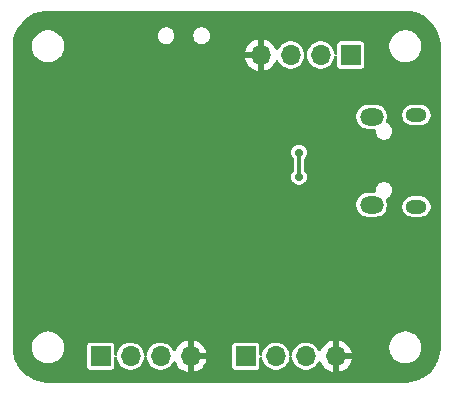
<source format=gbr>
%TF.GenerationSoftware,KiCad,Pcbnew,8.0.3*%
%TF.CreationDate,2024-06-28T00:17:40-05:00*%
%TF.ProjectId,Example PCB,4578616d-706c-4652-9050-43422e6b6963,rev?*%
%TF.SameCoordinates,Original*%
%TF.FileFunction,Copper,L2,Bot*%
%TF.FilePolarity,Positive*%
%FSLAX46Y46*%
G04 Gerber Fmt 4.6, Leading zero omitted, Abs format (unit mm)*
G04 Created by KiCad (PCBNEW 8.0.3) date 2024-06-28 00:17:40*
%MOMM*%
%LPD*%
G01*
G04 APERTURE LIST*
%TA.AperFunction,ComponentPad*%
%ADD10R,1.700000X1.700000*%
%TD*%
%TA.AperFunction,ComponentPad*%
%ADD11O,1.700000X1.700000*%
%TD*%
%TA.AperFunction,ComponentPad*%
%ADD12O,1.800000X1.150000*%
%TD*%
%TA.AperFunction,ComponentPad*%
%ADD13O,2.000000X1.450000*%
%TD*%
%TA.AperFunction,ViaPad*%
%ADD14C,0.700000*%
%TD*%
%TA.AperFunction,Conductor*%
%ADD15C,0.300000*%
%TD*%
G04 APERTURE END LIST*
D10*
%TO.P,J4,1,Pin_1*%
%TO.N,+3.3V*%
X116500000Y-131250000D03*
D11*
%TO.P,J4,2,Pin_2*%
%TO.N,/I2C3_SCL*%
X119040000Y-131250000D03*
%TO.P,J4,3,Pin_3*%
%TO.N,/I2C3_SDA*%
X121580000Y-131250000D03*
%TO.P,J4,4,Pin_4*%
%TO.N,GND*%
X124120000Y-131250000D03*
%TD*%
D12*
%TO.P,J3,6,Shield*%
%TO.N,unconnected-(J3-Shield-Pad6)_0*%
X130945000Y-118575000D03*
D13*
%TO.N,unconnected-(J3-Shield-Pad6)*%
X127145000Y-118425000D03*
%TO.N,unconnected-(J3-Shield-Pad6)_2*%
X127145000Y-110975000D03*
D12*
%TO.N,unconnected-(J3-Shield-Pad6)_1*%
X130945000Y-110825000D03*
%TD*%
D11*
%TO.P,J2,4,Pin_4*%
%TO.N,GND*%
X117750000Y-105750000D03*
%TO.P,J2,3,Pin_3*%
%TO.N,/SWCLK*%
X120290000Y-105750000D03*
%TO.P,J2,2,Pin_2*%
%TO.N,/SWDIO*%
X122830000Y-105750000D03*
D10*
%TO.P,J2,1,Pin_1*%
%TO.N,+3.3V*%
X125370000Y-105750000D03*
%TD*%
D11*
%TO.P,J1,4,Pin_4*%
%TO.N,GND*%
X111820000Y-131250000D03*
%TO.P,J1,3,Pin_3*%
%TO.N,/USART1_RX*%
X109280000Y-131250000D03*
%TO.P,J1,2,Pin_2*%
%TO.N,/USART1_TX*%
X106740000Y-131250000D03*
D10*
%TO.P,J1,1,Pin_1*%
%TO.N,+3.3V*%
X104200000Y-131250000D03*
%TD*%
D14*
%TO.N,GND*%
X115500000Y-108500000D03*
X124750000Y-117000000D03*
X124750000Y-112750000D03*
X126750000Y-132250000D03*
X112000000Y-128750000D03*
%TO.N,+3.3V*%
X121000000Y-116070000D03*
X121000000Y-114000000D03*
%TO.N,GND*%
X99300000Y-117200000D03*
X105250000Y-112250000D03*
X103750000Y-115250000D03*
X103250000Y-119750000D03*
X103250000Y-118750000D03*
X129250000Y-121500000D03*
X102500000Y-122750000D03*
X107500000Y-118750000D03*
X109000000Y-112750000D03*
X116393537Y-113558143D03*
X115250000Y-121500000D03*
X108750000Y-121500000D03*
%TD*%
D15*
%TO.N,+3.3V*%
X121000000Y-114000000D02*
X121000000Y-116070000D01*
%TD*%
%TA.AperFunction,Conductor*%
%TO.N,GND*%
G36*
X130000855Y-102000011D02*
G01*
X130162269Y-102002274D01*
X130174390Y-102003041D01*
X130478553Y-102037312D01*
X130495992Y-102039277D01*
X130509700Y-102041606D01*
X130824366Y-102113426D01*
X130837725Y-102117273D01*
X131142392Y-102223881D01*
X131155228Y-102229199D01*
X131446025Y-102369239D01*
X131458195Y-102375965D01*
X131731486Y-102547685D01*
X131742827Y-102555732D01*
X131995173Y-102756971D01*
X132005541Y-102766237D01*
X132233762Y-102994458D01*
X132243028Y-103004826D01*
X132444267Y-103257172D01*
X132452314Y-103268513D01*
X132624034Y-103541804D01*
X132630760Y-103553974D01*
X132770798Y-103844766D01*
X132776120Y-103857613D01*
X132882724Y-104162270D01*
X132886573Y-104175633D01*
X132958393Y-104490299D01*
X132960722Y-104504007D01*
X132996957Y-104825597D01*
X132997725Y-104837743D01*
X132999988Y-104999144D01*
X133000000Y-105000882D01*
X133000000Y-130499117D01*
X132999988Y-130500855D01*
X132997725Y-130662256D01*
X132996957Y-130674402D01*
X132960722Y-130995992D01*
X132958393Y-131009700D01*
X132886573Y-131324366D01*
X132882724Y-131337729D01*
X132776120Y-131642386D01*
X132770798Y-131655233D01*
X132630760Y-131946025D01*
X132624034Y-131958195D01*
X132452314Y-132231486D01*
X132444267Y-132242827D01*
X132243028Y-132495173D01*
X132233762Y-132505541D01*
X132005541Y-132733762D01*
X131995173Y-132743028D01*
X131742827Y-132944267D01*
X131731486Y-132952314D01*
X131458195Y-133124034D01*
X131446025Y-133130760D01*
X131155233Y-133270798D01*
X131142386Y-133276120D01*
X130837729Y-133382724D01*
X130824366Y-133386573D01*
X130509700Y-133458393D01*
X130495992Y-133460722D01*
X130174402Y-133496957D01*
X130162256Y-133497725D01*
X130000856Y-133499988D01*
X129999118Y-133500000D01*
X99750882Y-133500000D01*
X99749144Y-133499988D01*
X99587743Y-133497725D01*
X99575597Y-133496957D01*
X99254007Y-133460722D01*
X99240299Y-133458393D01*
X98925633Y-133386573D01*
X98912270Y-133382724D01*
X98607613Y-133276120D01*
X98594766Y-133270798D01*
X98303974Y-133130760D01*
X98291804Y-133124034D01*
X98018513Y-132952314D01*
X98007172Y-132944267D01*
X97754826Y-132743028D01*
X97744458Y-132733762D01*
X97516237Y-132505541D01*
X97506971Y-132495173D01*
X97305730Y-132242824D01*
X97297685Y-132231486D01*
X97259046Y-132169993D01*
X97125964Y-131958193D01*
X97119239Y-131946025D01*
X96979199Y-131655228D01*
X96973879Y-131642386D01*
X96881991Y-131379786D01*
X96867273Y-131337725D01*
X96863426Y-131324366D01*
X96791606Y-131009700D01*
X96789277Y-130995992D01*
X96770868Y-130832607D01*
X96753041Y-130674390D01*
X96752274Y-130662269D01*
X96750012Y-130500855D01*
X96750000Y-130499117D01*
X96750000Y-130393713D01*
X98399500Y-130393713D01*
X98399500Y-130606287D01*
X98432754Y-130816243D01*
X98495612Y-131009700D01*
X98498444Y-131018414D01*
X98594951Y-131207820D01*
X98719890Y-131379786D01*
X98870213Y-131530109D01*
X99042179Y-131655048D01*
X99042181Y-131655049D01*
X99042184Y-131655051D01*
X99231588Y-131751557D01*
X99433757Y-131817246D01*
X99643713Y-131850500D01*
X99643714Y-131850500D01*
X99856286Y-131850500D01*
X99856287Y-131850500D01*
X100066243Y-131817246D01*
X100268412Y-131751557D01*
X100457816Y-131655051D01*
X100479789Y-131639086D01*
X100629786Y-131530109D01*
X100629788Y-131530106D01*
X100629792Y-131530104D01*
X100780104Y-131379792D01*
X100780106Y-131379788D01*
X100780109Y-131379786D01*
X100905048Y-131207820D01*
X100905047Y-131207820D01*
X100905051Y-131207816D01*
X101001557Y-131018412D01*
X101067246Y-130816243D01*
X101100500Y-130606287D01*
X101100500Y-130393713D01*
X101094389Y-130355131D01*
X103049500Y-130355131D01*
X103049500Y-132144856D01*
X103049502Y-132144882D01*
X103052413Y-132169987D01*
X103052415Y-132169991D01*
X103097793Y-132272764D01*
X103097794Y-132272765D01*
X103177235Y-132352206D01*
X103280009Y-132397585D01*
X103305135Y-132400500D01*
X105094864Y-132400499D01*
X105094879Y-132400497D01*
X105094882Y-132400497D01*
X105119987Y-132397586D01*
X105119988Y-132397585D01*
X105119991Y-132397585D01*
X105222765Y-132352206D01*
X105302206Y-132272765D01*
X105347585Y-132169991D01*
X105350500Y-132144865D01*
X105350499Y-131406046D01*
X105370183Y-131339009D01*
X105422987Y-131293254D01*
X105492146Y-131283310D01*
X105555702Y-131312335D01*
X105593476Y-131371113D01*
X105597970Y-131394606D01*
X105602454Y-131442993D01*
X105604244Y-131462310D01*
X105659084Y-131655051D01*
X105662596Y-131667392D01*
X105662596Y-131667394D01*
X105757632Y-131858253D01*
X105823915Y-131946025D01*
X105886128Y-132028407D01*
X106043698Y-132172052D01*
X106224981Y-132284298D01*
X106423802Y-132361321D01*
X106633390Y-132400500D01*
X106633392Y-132400500D01*
X106846608Y-132400500D01*
X106846610Y-132400500D01*
X107056198Y-132361321D01*
X107255019Y-132284298D01*
X107436302Y-132172052D01*
X107593872Y-132028407D01*
X107722366Y-131858255D01*
X107722367Y-131858253D01*
X107817403Y-131667394D01*
X107817403Y-131667393D01*
X107817405Y-131667389D01*
X107875756Y-131462310D01*
X107886529Y-131346047D01*
X107912315Y-131281111D01*
X107954622Y-131250804D01*
X108063130Y-131250804D01*
X108099503Y-131271668D01*
X108131693Y-131333681D01*
X108133470Y-131346047D01*
X108144244Y-131462310D01*
X108199084Y-131655051D01*
X108202596Y-131667392D01*
X108202596Y-131667394D01*
X108297632Y-131858253D01*
X108363915Y-131946025D01*
X108426128Y-132028407D01*
X108583698Y-132172052D01*
X108764981Y-132284298D01*
X108963802Y-132361321D01*
X109173390Y-132400500D01*
X109173392Y-132400500D01*
X109386608Y-132400500D01*
X109386610Y-132400500D01*
X109596198Y-132361321D01*
X109795019Y-132284298D01*
X109976302Y-132172052D01*
X110133872Y-132028407D01*
X110262366Y-131858255D01*
X110329325Y-131723781D01*
X110376825Y-131672548D01*
X110444488Y-131655126D01*
X110510828Y-131677051D01*
X110552705Y-131726651D01*
X110646399Y-131927578D01*
X110781894Y-132121082D01*
X110948917Y-132288105D01*
X111142421Y-132423600D01*
X111356507Y-132523429D01*
X111356516Y-132523433D01*
X111570000Y-132580634D01*
X111570000Y-131683012D01*
X111627007Y-131715925D01*
X111754174Y-131750000D01*
X111885826Y-131750000D01*
X112012993Y-131715925D01*
X112070000Y-131683012D01*
X112070000Y-132580633D01*
X112283483Y-132523433D01*
X112283492Y-132523429D01*
X112497578Y-132423600D01*
X112691082Y-132288105D01*
X112858105Y-132121082D01*
X112993600Y-131927578D01*
X113093429Y-131713492D01*
X113093432Y-131713486D01*
X113150636Y-131500000D01*
X112253012Y-131500000D01*
X112285925Y-131442993D01*
X112320000Y-131315826D01*
X112320000Y-131184174D01*
X112285925Y-131057007D01*
X112253012Y-131000000D01*
X113150636Y-131000000D01*
X113150635Y-130999999D01*
X113093432Y-130786513D01*
X113093429Y-130786507D01*
X112993600Y-130572422D01*
X112993599Y-130572420D01*
X112858113Y-130378926D01*
X112858108Y-130378920D01*
X112834319Y-130355131D01*
X115349500Y-130355131D01*
X115349500Y-132144856D01*
X115349502Y-132144882D01*
X115352413Y-132169987D01*
X115352415Y-132169991D01*
X115397793Y-132272764D01*
X115397794Y-132272765D01*
X115477235Y-132352206D01*
X115580009Y-132397585D01*
X115605135Y-132400500D01*
X117394864Y-132400499D01*
X117394879Y-132400497D01*
X117394882Y-132400497D01*
X117419987Y-132397586D01*
X117419988Y-132397585D01*
X117419991Y-132397585D01*
X117522765Y-132352206D01*
X117602206Y-132272765D01*
X117647585Y-132169991D01*
X117650500Y-132144865D01*
X117650499Y-131406046D01*
X117670183Y-131339009D01*
X117722987Y-131293254D01*
X117792146Y-131283310D01*
X117855702Y-131312335D01*
X117893476Y-131371113D01*
X117897970Y-131394606D01*
X117902454Y-131442993D01*
X117904244Y-131462310D01*
X117959084Y-131655051D01*
X117962596Y-131667392D01*
X117962596Y-131667394D01*
X118057632Y-131858253D01*
X118123915Y-131946025D01*
X118186128Y-132028407D01*
X118343698Y-132172052D01*
X118524981Y-132284298D01*
X118723802Y-132361321D01*
X118933390Y-132400500D01*
X118933392Y-132400500D01*
X119146608Y-132400500D01*
X119146610Y-132400500D01*
X119356198Y-132361321D01*
X119555019Y-132284298D01*
X119736302Y-132172052D01*
X119893872Y-132028407D01*
X120022366Y-131858255D01*
X120022367Y-131858253D01*
X120117403Y-131667394D01*
X120117403Y-131667393D01*
X120117405Y-131667389D01*
X120175756Y-131462310D01*
X120186529Y-131346047D01*
X120212315Y-131281111D01*
X120254622Y-131250804D01*
X120363130Y-131250804D01*
X120399503Y-131271668D01*
X120431693Y-131333681D01*
X120433470Y-131346047D01*
X120444244Y-131462310D01*
X120499084Y-131655051D01*
X120502596Y-131667392D01*
X120502596Y-131667394D01*
X120597632Y-131858253D01*
X120663915Y-131946025D01*
X120726128Y-132028407D01*
X120883698Y-132172052D01*
X121064981Y-132284298D01*
X121263802Y-132361321D01*
X121473390Y-132400500D01*
X121473392Y-132400500D01*
X121686608Y-132400500D01*
X121686610Y-132400500D01*
X121896198Y-132361321D01*
X122095019Y-132284298D01*
X122276302Y-132172052D01*
X122433872Y-132028407D01*
X122562366Y-131858255D01*
X122629325Y-131723781D01*
X122676825Y-131672548D01*
X122744488Y-131655126D01*
X122810828Y-131677051D01*
X122852705Y-131726651D01*
X122946399Y-131927578D01*
X123081894Y-132121082D01*
X123248917Y-132288105D01*
X123442421Y-132423600D01*
X123656507Y-132523429D01*
X123656516Y-132523433D01*
X123870000Y-132580634D01*
X123870000Y-131683012D01*
X123927007Y-131715925D01*
X124054174Y-131750000D01*
X124185826Y-131750000D01*
X124312993Y-131715925D01*
X124370000Y-131683012D01*
X124370000Y-132580633D01*
X124583483Y-132523433D01*
X124583492Y-132523429D01*
X124797578Y-132423600D01*
X124991082Y-132288105D01*
X125158105Y-132121082D01*
X125293600Y-131927578D01*
X125393429Y-131713492D01*
X125393432Y-131713486D01*
X125450636Y-131500000D01*
X124553012Y-131500000D01*
X124585925Y-131442993D01*
X124620000Y-131315826D01*
X124620000Y-131184174D01*
X124585925Y-131057007D01*
X124553012Y-131000000D01*
X125450636Y-131000000D01*
X125450635Y-130999999D01*
X125393432Y-130786513D01*
X125393429Y-130786507D01*
X125293600Y-130572422D01*
X125293599Y-130572420D01*
X125168467Y-130393713D01*
X128649500Y-130393713D01*
X128649500Y-130606287D01*
X128682754Y-130816243D01*
X128745612Y-131009700D01*
X128748444Y-131018414D01*
X128844951Y-131207820D01*
X128969890Y-131379786D01*
X129120213Y-131530109D01*
X129292179Y-131655048D01*
X129292181Y-131655049D01*
X129292184Y-131655051D01*
X129481588Y-131751557D01*
X129683757Y-131817246D01*
X129893713Y-131850500D01*
X129893714Y-131850500D01*
X130106286Y-131850500D01*
X130106287Y-131850500D01*
X130316243Y-131817246D01*
X130518412Y-131751557D01*
X130707816Y-131655051D01*
X130729789Y-131639086D01*
X130879786Y-131530109D01*
X130879788Y-131530106D01*
X130879792Y-131530104D01*
X131030104Y-131379792D01*
X131030106Y-131379788D01*
X131030109Y-131379786D01*
X131155048Y-131207820D01*
X131155047Y-131207820D01*
X131155051Y-131207816D01*
X131251557Y-131018412D01*
X131317246Y-130816243D01*
X131350500Y-130606287D01*
X131350500Y-130393713D01*
X131317246Y-130183757D01*
X131251557Y-129981588D01*
X131155051Y-129792184D01*
X131155049Y-129792181D01*
X131155048Y-129792179D01*
X131030109Y-129620213D01*
X130879786Y-129469890D01*
X130707820Y-129344951D01*
X130518414Y-129248444D01*
X130518413Y-129248443D01*
X130518412Y-129248443D01*
X130316243Y-129182754D01*
X130316241Y-129182753D01*
X130316240Y-129182753D01*
X130154957Y-129157208D01*
X130106287Y-129149500D01*
X129893713Y-129149500D01*
X129845042Y-129157208D01*
X129683760Y-129182753D01*
X129481585Y-129248444D01*
X129292179Y-129344951D01*
X129120213Y-129469890D01*
X128969890Y-129620213D01*
X128844951Y-129792179D01*
X128748444Y-129981585D01*
X128682753Y-130183760D01*
X128659916Y-130327947D01*
X128649500Y-130393713D01*
X125168467Y-130393713D01*
X125158113Y-130378926D01*
X125158108Y-130378920D01*
X124991082Y-130211894D01*
X124797578Y-130076399D01*
X124583492Y-129976570D01*
X124583486Y-129976567D01*
X124370000Y-129919364D01*
X124370000Y-130816988D01*
X124312993Y-130784075D01*
X124185826Y-130750000D01*
X124054174Y-130750000D01*
X123927007Y-130784075D01*
X123870000Y-130816988D01*
X123870000Y-129919364D01*
X123869999Y-129919364D01*
X123656513Y-129976567D01*
X123656507Y-129976570D01*
X123442422Y-130076399D01*
X123442420Y-130076400D01*
X123248926Y-130211886D01*
X123248920Y-130211891D01*
X123081891Y-130378920D01*
X123081886Y-130378926D01*
X122946400Y-130572420D01*
X122946399Y-130572422D01*
X122852705Y-130773348D01*
X122806532Y-130825787D01*
X122739339Y-130844939D01*
X122672457Y-130824723D01*
X122629324Y-130776216D01*
X122562366Y-130641745D01*
X122535588Y-130606286D01*
X122433872Y-130471593D01*
X122348442Y-130393713D01*
X122276302Y-130327948D01*
X122095019Y-130215702D01*
X122095017Y-130215701D01*
X121995608Y-130177190D01*
X121896198Y-130138679D01*
X121686610Y-130099500D01*
X121473390Y-130099500D01*
X121263802Y-130138679D01*
X121263799Y-130138679D01*
X121263799Y-130138680D01*
X121064982Y-130215701D01*
X121064980Y-130215702D01*
X120883699Y-130327947D01*
X120726127Y-130471593D01*
X120597632Y-130641746D01*
X120502596Y-130832605D01*
X120502596Y-130832607D01*
X120444244Y-131037689D01*
X120433471Y-131153951D01*
X120407685Y-131218888D01*
X120363130Y-131250804D01*
X120254622Y-131250804D01*
X120256869Y-131249194D01*
X120220497Y-131228331D01*
X120188307Y-131166318D01*
X120186529Y-131153951D01*
X120183175Y-131117759D01*
X120175756Y-131037690D01*
X120117405Y-130832611D01*
X120117403Y-130832606D01*
X120117403Y-130832605D01*
X120022367Y-130641746D01*
X119893872Y-130471593D01*
X119808442Y-130393713D01*
X119736302Y-130327948D01*
X119555019Y-130215702D01*
X119555017Y-130215701D01*
X119455608Y-130177190D01*
X119356198Y-130138679D01*
X119146610Y-130099500D01*
X118933390Y-130099500D01*
X118723802Y-130138679D01*
X118723799Y-130138679D01*
X118723799Y-130138680D01*
X118524982Y-130215701D01*
X118524980Y-130215702D01*
X118343699Y-130327947D01*
X118186127Y-130471593D01*
X118057632Y-130641746D01*
X117962596Y-130832605D01*
X117962596Y-130832607D01*
X117904244Y-131037689D01*
X117897970Y-131105394D01*
X117872183Y-131170331D01*
X117815383Y-131211018D01*
X117745602Y-131214538D01*
X117684995Y-131179772D01*
X117652806Y-131117759D01*
X117650499Y-131093952D01*
X117650499Y-130355143D01*
X117650499Y-130355136D01*
X117650497Y-130355117D01*
X117647586Y-130330012D01*
X117647585Y-130330010D01*
X117647585Y-130330009D01*
X117602206Y-130227235D01*
X117522765Y-130147794D01*
X117502124Y-130138680D01*
X117419992Y-130102415D01*
X117394865Y-130099500D01*
X115605143Y-130099500D01*
X115605117Y-130099502D01*
X115580012Y-130102413D01*
X115580008Y-130102415D01*
X115477235Y-130147793D01*
X115397794Y-130227234D01*
X115352415Y-130330006D01*
X115352415Y-130330008D01*
X115349500Y-130355131D01*
X112834319Y-130355131D01*
X112691082Y-130211894D01*
X112497578Y-130076399D01*
X112283492Y-129976570D01*
X112283486Y-129976567D01*
X112070000Y-129919364D01*
X112070000Y-130816988D01*
X112012993Y-130784075D01*
X111885826Y-130750000D01*
X111754174Y-130750000D01*
X111627007Y-130784075D01*
X111570000Y-130816988D01*
X111570000Y-129919364D01*
X111569999Y-129919364D01*
X111356513Y-129976567D01*
X111356507Y-129976570D01*
X111142422Y-130076399D01*
X111142420Y-130076400D01*
X110948926Y-130211886D01*
X110948920Y-130211891D01*
X110781891Y-130378920D01*
X110781886Y-130378926D01*
X110646400Y-130572420D01*
X110646399Y-130572422D01*
X110552705Y-130773348D01*
X110506532Y-130825787D01*
X110439339Y-130844939D01*
X110372457Y-130824723D01*
X110329324Y-130776216D01*
X110262366Y-130641745D01*
X110235588Y-130606286D01*
X110133872Y-130471593D01*
X110048442Y-130393713D01*
X109976302Y-130327948D01*
X109795019Y-130215702D01*
X109795017Y-130215701D01*
X109695608Y-130177190D01*
X109596198Y-130138679D01*
X109386610Y-130099500D01*
X109173390Y-130099500D01*
X108963802Y-130138679D01*
X108963799Y-130138679D01*
X108963799Y-130138680D01*
X108764982Y-130215701D01*
X108764980Y-130215702D01*
X108583699Y-130327947D01*
X108426127Y-130471593D01*
X108297632Y-130641746D01*
X108202596Y-130832605D01*
X108202596Y-130832607D01*
X108144244Y-131037689D01*
X108133471Y-131153951D01*
X108107685Y-131218888D01*
X108063130Y-131250804D01*
X107954622Y-131250804D01*
X107956869Y-131249194D01*
X107920497Y-131228331D01*
X107888307Y-131166318D01*
X107886529Y-131153951D01*
X107883175Y-131117759D01*
X107875756Y-131037690D01*
X107817405Y-130832611D01*
X107817403Y-130832606D01*
X107817403Y-130832605D01*
X107722367Y-130641746D01*
X107593872Y-130471593D01*
X107508442Y-130393713D01*
X107436302Y-130327948D01*
X107255019Y-130215702D01*
X107255017Y-130215701D01*
X107155608Y-130177190D01*
X107056198Y-130138679D01*
X106846610Y-130099500D01*
X106633390Y-130099500D01*
X106423802Y-130138679D01*
X106423799Y-130138679D01*
X106423799Y-130138680D01*
X106224982Y-130215701D01*
X106224980Y-130215702D01*
X106043699Y-130327947D01*
X105886127Y-130471593D01*
X105757632Y-130641746D01*
X105662596Y-130832605D01*
X105662596Y-130832607D01*
X105604244Y-131037689D01*
X105597970Y-131105394D01*
X105572183Y-131170331D01*
X105515383Y-131211018D01*
X105445602Y-131214538D01*
X105384995Y-131179772D01*
X105352806Y-131117759D01*
X105350499Y-131093952D01*
X105350499Y-130355143D01*
X105350499Y-130355136D01*
X105350497Y-130355117D01*
X105347586Y-130330012D01*
X105347585Y-130330010D01*
X105347585Y-130330009D01*
X105302206Y-130227235D01*
X105222765Y-130147794D01*
X105202124Y-130138680D01*
X105119992Y-130102415D01*
X105094865Y-130099500D01*
X103305143Y-130099500D01*
X103305117Y-130099502D01*
X103280012Y-130102413D01*
X103280008Y-130102415D01*
X103177235Y-130147793D01*
X103097794Y-130227234D01*
X103052415Y-130330006D01*
X103052415Y-130330008D01*
X103049500Y-130355131D01*
X101094389Y-130355131D01*
X101067246Y-130183757D01*
X101001557Y-129981588D01*
X100905051Y-129792184D01*
X100905049Y-129792181D01*
X100905048Y-129792179D01*
X100780109Y-129620213D01*
X100629786Y-129469890D01*
X100457820Y-129344951D01*
X100268414Y-129248444D01*
X100268413Y-129248443D01*
X100268412Y-129248443D01*
X100066243Y-129182754D01*
X100066241Y-129182753D01*
X100066240Y-129182753D01*
X99904957Y-129157208D01*
X99856287Y-129149500D01*
X99643713Y-129149500D01*
X99595042Y-129157208D01*
X99433760Y-129182753D01*
X99231585Y-129248444D01*
X99042179Y-129344951D01*
X98870213Y-129469890D01*
X98719890Y-129620213D01*
X98594951Y-129792179D01*
X98498444Y-129981585D01*
X98432753Y-130183760D01*
X98409916Y-130327947D01*
X98399500Y-130393713D01*
X96750000Y-130393713D01*
X96750000Y-118323992D01*
X125844500Y-118323992D01*
X125844500Y-118526007D01*
X125883907Y-118724119D01*
X125883909Y-118724127D01*
X125961212Y-118910752D01*
X125961217Y-118910762D01*
X126073441Y-119078718D01*
X126216281Y-119221558D01*
X126384237Y-119333782D01*
X126384241Y-119333784D01*
X126384244Y-119333786D01*
X126570873Y-119411091D01*
X126768992Y-119450499D01*
X126768996Y-119450500D01*
X126768997Y-119450500D01*
X127521004Y-119450500D01*
X127521005Y-119450499D01*
X127719127Y-119411091D01*
X127905756Y-119333786D01*
X128073718Y-119221558D01*
X128216558Y-119078718D01*
X128328786Y-118910756D01*
X128406091Y-118724127D01*
X128445500Y-118526003D01*
X128445500Y-118488766D01*
X129744500Y-118488766D01*
X129744500Y-118661233D01*
X129778143Y-118830366D01*
X129778146Y-118830378D01*
X129844138Y-118989698D01*
X129844145Y-118989711D01*
X129939954Y-119133098D01*
X129939957Y-119133102D01*
X130061897Y-119255042D01*
X130061901Y-119255045D01*
X130205288Y-119350854D01*
X130205301Y-119350861D01*
X130350708Y-119411090D01*
X130364626Y-119416855D01*
X130533766Y-119450499D01*
X130533769Y-119450500D01*
X130533771Y-119450500D01*
X131356231Y-119450500D01*
X131356232Y-119450499D01*
X131525374Y-119416855D01*
X131684705Y-119350858D01*
X131828099Y-119255045D01*
X131950045Y-119133099D01*
X132045858Y-118989705D01*
X132111855Y-118830374D01*
X132145500Y-118661229D01*
X132145500Y-118488771D01*
X132145500Y-118488768D01*
X132145499Y-118488766D01*
X132111856Y-118319633D01*
X132111855Y-118319626D01*
X132111853Y-118319621D01*
X132045861Y-118160301D01*
X132045854Y-118160288D01*
X131950045Y-118016901D01*
X131950042Y-118016897D01*
X131828102Y-117894957D01*
X131828098Y-117894954D01*
X131684711Y-117799145D01*
X131684698Y-117799138D01*
X131525378Y-117733146D01*
X131525366Y-117733143D01*
X131356232Y-117699500D01*
X131356229Y-117699500D01*
X130533771Y-117699500D01*
X130533768Y-117699500D01*
X130364633Y-117733143D01*
X130364621Y-117733146D01*
X130205301Y-117799138D01*
X130205288Y-117799145D01*
X130061901Y-117894954D01*
X130061897Y-117894957D01*
X129939957Y-118016897D01*
X129939954Y-118016901D01*
X129844145Y-118160288D01*
X129844138Y-118160301D01*
X129778146Y-118319621D01*
X129778143Y-118319633D01*
X129744500Y-118488766D01*
X128445500Y-118488766D01*
X128445500Y-118323997D01*
X128406091Y-118125873D01*
X128364932Y-118026507D01*
X128357463Y-117957037D01*
X128388738Y-117894558D01*
X128439060Y-117864700D01*
X128438207Y-117862452D01*
X128445222Y-117859790D01*
X128445225Y-117859790D01*
X128595852Y-117780734D01*
X128723183Y-117667929D01*
X128819818Y-117527930D01*
X128880140Y-117368872D01*
X128900645Y-117200000D01*
X128880140Y-117031128D01*
X128819818Y-116872070D01*
X128723183Y-116732071D01*
X128595852Y-116619266D01*
X128595849Y-116619263D01*
X128445226Y-116540210D01*
X128280056Y-116499500D01*
X128109944Y-116499500D01*
X127944773Y-116540210D01*
X127794150Y-116619263D01*
X127666816Y-116732072D01*
X127570182Y-116872068D01*
X127509860Y-117031125D01*
X127509859Y-117031130D01*
X127489355Y-117199999D01*
X127496708Y-117260553D01*
X127485248Y-117329476D01*
X127438344Y-117381263D01*
X127373612Y-117399500D01*
X126768992Y-117399500D01*
X126570880Y-117438907D01*
X126570872Y-117438909D01*
X126384247Y-117516212D01*
X126384237Y-117516217D01*
X126216281Y-117628441D01*
X126073441Y-117771281D01*
X125961217Y-117939237D01*
X125961212Y-117939247D01*
X125883909Y-118125872D01*
X125883907Y-118125880D01*
X125844500Y-118323992D01*
X96750000Y-118323992D01*
X96750000Y-113999999D01*
X120344722Y-113999999D01*
X120344722Y-114000000D01*
X120363762Y-114156818D01*
X120419780Y-114304523D01*
X120419781Y-114304524D01*
X120509518Y-114434532D01*
X120514491Y-114440145D01*
X120513044Y-114441426D01*
X120544850Y-114492120D01*
X120549500Y-114525759D01*
X120549500Y-115544240D01*
X120529815Y-115611279D01*
X120514153Y-115629556D01*
X120514491Y-115629856D01*
X120509515Y-115635472D01*
X120419781Y-115765475D01*
X120419780Y-115765476D01*
X120363762Y-115913181D01*
X120344722Y-116069999D01*
X120344722Y-116070000D01*
X120363762Y-116226818D01*
X120419780Y-116374523D01*
X120509517Y-116504530D01*
X120627760Y-116609283D01*
X120627762Y-116609284D01*
X120767634Y-116682696D01*
X120921014Y-116720500D01*
X120921015Y-116720500D01*
X121078985Y-116720500D01*
X121232365Y-116682696D01*
X121372240Y-116609283D01*
X121490483Y-116504530D01*
X121580220Y-116374523D01*
X121636237Y-116226818D01*
X121655278Y-116070000D01*
X121636237Y-115913182D01*
X121580220Y-115765477D01*
X121490483Y-115635470D01*
X121490479Y-115635466D01*
X121485509Y-115629856D01*
X121486953Y-115628576D01*
X121455145Y-115577860D01*
X121450500Y-115544240D01*
X121450500Y-114525759D01*
X121470185Y-114458720D01*
X121485846Y-114440444D01*
X121485509Y-114440145D01*
X121490481Y-114434532D01*
X121490481Y-114434531D01*
X121490483Y-114434530D01*
X121580220Y-114304523D01*
X121636237Y-114156818D01*
X121655278Y-114000000D01*
X121636237Y-113843182D01*
X121580220Y-113695477D01*
X121490483Y-113565470D01*
X121372240Y-113460717D01*
X121372238Y-113460716D01*
X121372237Y-113460715D01*
X121232365Y-113387303D01*
X121078986Y-113349500D01*
X121078985Y-113349500D01*
X120921015Y-113349500D01*
X120921014Y-113349500D01*
X120767634Y-113387303D01*
X120627762Y-113460715D01*
X120509516Y-113565471D01*
X120419781Y-113695475D01*
X120419780Y-113695476D01*
X120363762Y-113843181D01*
X120344722Y-113999999D01*
X96750000Y-113999999D01*
X96750000Y-110873992D01*
X125844500Y-110873992D01*
X125844500Y-111076007D01*
X125883907Y-111274119D01*
X125883909Y-111274127D01*
X125961212Y-111460752D01*
X125961217Y-111460762D01*
X126073441Y-111628718D01*
X126216281Y-111771558D01*
X126384237Y-111883782D01*
X126384241Y-111883784D01*
X126384244Y-111883786D01*
X126570873Y-111961091D01*
X126768484Y-112000398D01*
X126768992Y-112000499D01*
X126768996Y-112000500D01*
X127373612Y-112000500D01*
X127440651Y-112020185D01*
X127486406Y-112072989D01*
X127496708Y-112139447D01*
X127489355Y-112200000D01*
X127509859Y-112368869D01*
X127509860Y-112368874D01*
X127570182Y-112527931D01*
X127632475Y-112618177D01*
X127666817Y-112667929D01*
X127772505Y-112761560D01*
X127794150Y-112780736D01*
X127944773Y-112859789D01*
X127944775Y-112859790D01*
X128109944Y-112900500D01*
X128280056Y-112900500D01*
X128445225Y-112859790D01*
X128524692Y-112818081D01*
X128595849Y-112780736D01*
X128595850Y-112780734D01*
X128595852Y-112780734D01*
X128723183Y-112667929D01*
X128819818Y-112527930D01*
X128880140Y-112368872D01*
X128900645Y-112200000D01*
X128880140Y-112031128D01*
X128868524Y-112000500D01*
X128853578Y-111961090D01*
X128819818Y-111872070D01*
X128723183Y-111732071D01*
X128595852Y-111619266D01*
X128595849Y-111619263D01*
X128445225Y-111540209D01*
X128438210Y-111537549D01*
X128439131Y-111535119D01*
X128389438Y-111506186D01*
X128357649Y-111443967D01*
X128364544Y-111374439D01*
X128364932Y-111373492D01*
X128406091Y-111274127D01*
X128445500Y-111076003D01*
X128445500Y-110873997D01*
X128418601Y-110738766D01*
X129744500Y-110738766D01*
X129744500Y-110911233D01*
X129778143Y-111080366D01*
X129778146Y-111080378D01*
X129844138Y-111239698D01*
X129844145Y-111239711D01*
X129939954Y-111383098D01*
X129939957Y-111383102D01*
X130061897Y-111505042D01*
X130061901Y-111505045D01*
X130205288Y-111600854D01*
X130205301Y-111600861D01*
X130364621Y-111666853D01*
X130364626Y-111666855D01*
X130533766Y-111700499D01*
X130533769Y-111700500D01*
X130533771Y-111700500D01*
X131356231Y-111700500D01*
X131356232Y-111700499D01*
X131525374Y-111666855D01*
X131684705Y-111600858D01*
X131828099Y-111505045D01*
X131950045Y-111383099D01*
X132045858Y-111239705D01*
X132111855Y-111080374D01*
X132145500Y-110911229D01*
X132145500Y-110738771D01*
X132145500Y-110738768D01*
X132145499Y-110738766D01*
X132132989Y-110675873D01*
X132111855Y-110569626D01*
X132078557Y-110489237D01*
X132045861Y-110410301D01*
X132045854Y-110410288D01*
X131950045Y-110266901D01*
X131950042Y-110266897D01*
X131828102Y-110144957D01*
X131828098Y-110144954D01*
X131684711Y-110049145D01*
X131684698Y-110049138D01*
X131525378Y-109983146D01*
X131525366Y-109983143D01*
X131356232Y-109949500D01*
X131356229Y-109949500D01*
X130533771Y-109949500D01*
X130533768Y-109949500D01*
X130364633Y-109983143D01*
X130364621Y-109983146D01*
X130205301Y-110049138D01*
X130205288Y-110049145D01*
X130061901Y-110144954D01*
X130061897Y-110144957D01*
X129939957Y-110266897D01*
X129939954Y-110266901D01*
X129844145Y-110410288D01*
X129844138Y-110410301D01*
X129778146Y-110569621D01*
X129778143Y-110569633D01*
X129744500Y-110738766D01*
X128418601Y-110738766D01*
X128406091Y-110675873D01*
X128328786Y-110489244D01*
X128328784Y-110489241D01*
X128328782Y-110489237D01*
X128216558Y-110321281D01*
X128073718Y-110178441D01*
X127905762Y-110066217D01*
X127905752Y-110066212D01*
X127719127Y-109988909D01*
X127719119Y-109988907D01*
X127521007Y-109949500D01*
X127521003Y-109949500D01*
X126768997Y-109949500D01*
X126768992Y-109949500D01*
X126570880Y-109988907D01*
X126570872Y-109988909D01*
X126384247Y-110066212D01*
X126384237Y-110066217D01*
X126216281Y-110178441D01*
X126073441Y-110321281D01*
X125961217Y-110489237D01*
X125961212Y-110489247D01*
X125883909Y-110675872D01*
X125883907Y-110675880D01*
X125844500Y-110873992D01*
X96750000Y-110873992D01*
X96750000Y-105000882D01*
X96750012Y-104999144D01*
X96751490Y-104893713D01*
X98399500Y-104893713D01*
X98399500Y-105106287D01*
X98432754Y-105316243D01*
X98492460Y-105499999D01*
X98498444Y-105518414D01*
X98594951Y-105707820D01*
X98719890Y-105879786D01*
X98870213Y-106030109D01*
X99042179Y-106155048D01*
X99042181Y-106155049D01*
X99042184Y-106155051D01*
X99231588Y-106251557D01*
X99433757Y-106317246D01*
X99643713Y-106350500D01*
X99643714Y-106350500D01*
X99856286Y-106350500D01*
X99856287Y-106350500D01*
X100066243Y-106317246D01*
X100268412Y-106251557D01*
X100457816Y-106155051D01*
X100479789Y-106139086D01*
X100629786Y-106030109D01*
X100629788Y-106030106D01*
X100629792Y-106030104D01*
X100780104Y-105879792D01*
X100780106Y-105879788D01*
X100780109Y-105879786D01*
X100905048Y-105707820D01*
X100905047Y-105707820D01*
X100905051Y-105707816D01*
X101001557Y-105518412D01*
X101007540Y-105499999D01*
X116419364Y-105499999D01*
X116419364Y-105500000D01*
X117316988Y-105500000D01*
X117284075Y-105557007D01*
X117250000Y-105684174D01*
X117250000Y-105815826D01*
X117284075Y-105942993D01*
X117316988Y-106000000D01*
X116419364Y-106000000D01*
X116476567Y-106213486D01*
X116476570Y-106213492D01*
X116576399Y-106427578D01*
X116711894Y-106621082D01*
X116878917Y-106788105D01*
X117072421Y-106923600D01*
X117286507Y-107023429D01*
X117286516Y-107023433D01*
X117500000Y-107080634D01*
X117500000Y-106183012D01*
X117557007Y-106215925D01*
X117684174Y-106250000D01*
X117815826Y-106250000D01*
X117942993Y-106215925D01*
X118000000Y-106183012D01*
X118000000Y-107080633D01*
X118213483Y-107023433D01*
X118213492Y-107023429D01*
X118427578Y-106923600D01*
X118621082Y-106788105D01*
X118788105Y-106621082D01*
X118923600Y-106427578D01*
X119017294Y-106226651D01*
X119063466Y-106174212D01*
X119130660Y-106155060D01*
X119197541Y-106175276D01*
X119240676Y-106223785D01*
X119307632Y-106358253D01*
X119436127Y-106528406D01*
X119436128Y-106528407D01*
X119593698Y-106672052D01*
X119774981Y-106784298D01*
X119973802Y-106861321D01*
X120183390Y-106900500D01*
X120183392Y-106900500D01*
X120396608Y-106900500D01*
X120396610Y-106900500D01*
X120606198Y-106861321D01*
X120805019Y-106784298D01*
X120986302Y-106672052D01*
X121143872Y-106528407D01*
X121272366Y-106358255D01*
X121272367Y-106358253D01*
X121367403Y-106167394D01*
X121367403Y-106167393D01*
X121367405Y-106167389D01*
X121425756Y-105962310D01*
X121436529Y-105846047D01*
X121462315Y-105781111D01*
X121504622Y-105750804D01*
X121613130Y-105750804D01*
X121649503Y-105771668D01*
X121681693Y-105833681D01*
X121683470Y-105846047D01*
X121694244Y-105962310D01*
X121749084Y-106155051D01*
X121752596Y-106167392D01*
X121752596Y-106167394D01*
X121847632Y-106358253D01*
X121976127Y-106528406D01*
X121976128Y-106528407D01*
X122133698Y-106672052D01*
X122314981Y-106784298D01*
X122513802Y-106861321D01*
X122723390Y-106900500D01*
X122723392Y-106900500D01*
X122936608Y-106900500D01*
X122936610Y-106900500D01*
X123146198Y-106861321D01*
X123345019Y-106784298D01*
X123526302Y-106672052D01*
X123683872Y-106528407D01*
X123812366Y-106358255D01*
X123812367Y-106358253D01*
X123907403Y-106167394D01*
X123907403Y-106167393D01*
X123907405Y-106167389D01*
X123965756Y-105962310D01*
X123972029Y-105894605D01*
X123997814Y-105829669D01*
X124054614Y-105788981D01*
X124124395Y-105785461D01*
X124185002Y-105820225D01*
X124217193Y-105882238D01*
X124219500Y-105906047D01*
X124219500Y-106644856D01*
X124219502Y-106644882D01*
X124222413Y-106669987D01*
X124222415Y-106669991D01*
X124267793Y-106772764D01*
X124267794Y-106772765D01*
X124347235Y-106852206D01*
X124450009Y-106897585D01*
X124475135Y-106900500D01*
X126264864Y-106900499D01*
X126264879Y-106900497D01*
X126264882Y-106900497D01*
X126289987Y-106897586D01*
X126289988Y-106897585D01*
X126289991Y-106897585D01*
X126392765Y-106852206D01*
X126472206Y-106772765D01*
X126517585Y-106669991D01*
X126520500Y-106644865D01*
X126520499Y-104893713D01*
X128649500Y-104893713D01*
X128649500Y-105106287D01*
X128682754Y-105316243D01*
X128742460Y-105499999D01*
X128748444Y-105518414D01*
X128844951Y-105707820D01*
X128969890Y-105879786D01*
X129120213Y-106030109D01*
X129292179Y-106155048D01*
X129292181Y-106155049D01*
X129292184Y-106155051D01*
X129481588Y-106251557D01*
X129683757Y-106317246D01*
X129893713Y-106350500D01*
X129893714Y-106350500D01*
X130106286Y-106350500D01*
X130106287Y-106350500D01*
X130316243Y-106317246D01*
X130518412Y-106251557D01*
X130707816Y-106155051D01*
X130729789Y-106139086D01*
X130879786Y-106030109D01*
X130879788Y-106030106D01*
X130879792Y-106030104D01*
X131030104Y-105879792D01*
X131030106Y-105879788D01*
X131030109Y-105879786D01*
X131155048Y-105707820D01*
X131155047Y-105707820D01*
X131155051Y-105707816D01*
X131251557Y-105518412D01*
X131317246Y-105316243D01*
X131350500Y-105106287D01*
X131350500Y-104893713D01*
X131317246Y-104683757D01*
X131251557Y-104481588D01*
X131155051Y-104292184D01*
X131155049Y-104292181D01*
X131155048Y-104292179D01*
X131030109Y-104120213D01*
X130879786Y-103969890D01*
X130707820Y-103844951D01*
X130518414Y-103748444D01*
X130518413Y-103748443D01*
X130518412Y-103748443D01*
X130316243Y-103682754D01*
X130316241Y-103682753D01*
X130316240Y-103682753D01*
X130154957Y-103657208D01*
X130106287Y-103649500D01*
X129893713Y-103649500D01*
X129845042Y-103657208D01*
X129683760Y-103682753D01*
X129481585Y-103748444D01*
X129292179Y-103844951D01*
X129120213Y-103969890D01*
X128969890Y-104120213D01*
X128844951Y-104292179D01*
X128748444Y-104481585D01*
X128682753Y-104683760D01*
X128659916Y-104827947D01*
X128649500Y-104893713D01*
X126520499Y-104893713D01*
X126520499Y-104855136D01*
X126518482Y-104837743D01*
X126517586Y-104830012D01*
X126517585Y-104830010D01*
X126517585Y-104830009D01*
X126472206Y-104727235D01*
X126392765Y-104647794D01*
X126372124Y-104638680D01*
X126289992Y-104602415D01*
X126264865Y-104599500D01*
X124475143Y-104599500D01*
X124475117Y-104599502D01*
X124450012Y-104602413D01*
X124450008Y-104602415D01*
X124347235Y-104647793D01*
X124267794Y-104727234D01*
X124222415Y-104830006D01*
X124222415Y-104830008D01*
X124219500Y-104855131D01*
X124219500Y-105593951D01*
X124199815Y-105660990D01*
X124147011Y-105706745D01*
X124077853Y-105716689D01*
X124014297Y-105687664D01*
X123976523Y-105628886D01*
X123972029Y-105605391D01*
X123965756Y-105537689D01*
X123938812Y-105442993D01*
X123907405Y-105332611D01*
X123907403Y-105332606D01*
X123907403Y-105332605D01*
X123812367Y-105141746D01*
X123683872Y-104971593D01*
X123598442Y-104893713D01*
X123526302Y-104827948D01*
X123345019Y-104715702D01*
X123345017Y-104715701D01*
X123245608Y-104677190D01*
X123146198Y-104638679D01*
X122936610Y-104599500D01*
X122723390Y-104599500D01*
X122513802Y-104638679D01*
X122513799Y-104638679D01*
X122513799Y-104638680D01*
X122314982Y-104715701D01*
X122314980Y-104715702D01*
X122133699Y-104827947D01*
X121976127Y-104971593D01*
X121847632Y-105141746D01*
X121752596Y-105332605D01*
X121752596Y-105332607D01*
X121694244Y-105537689D01*
X121683471Y-105653951D01*
X121657685Y-105718888D01*
X121613130Y-105750804D01*
X121504622Y-105750804D01*
X121506869Y-105749194D01*
X121470497Y-105728331D01*
X121438307Y-105666318D01*
X121436529Y-105653951D01*
X121430969Y-105593951D01*
X121425756Y-105537690D01*
X121367405Y-105332611D01*
X121367403Y-105332606D01*
X121367403Y-105332605D01*
X121272367Y-105141746D01*
X121143872Y-104971593D01*
X121058442Y-104893713D01*
X120986302Y-104827948D01*
X120805019Y-104715702D01*
X120805017Y-104715701D01*
X120705608Y-104677190D01*
X120606198Y-104638679D01*
X120396610Y-104599500D01*
X120183390Y-104599500D01*
X119973802Y-104638679D01*
X119973799Y-104638679D01*
X119973799Y-104638680D01*
X119774982Y-104715701D01*
X119774980Y-104715702D01*
X119593699Y-104827947D01*
X119436127Y-104971593D01*
X119307634Y-105141744D01*
X119240676Y-105276215D01*
X119193173Y-105327452D01*
X119125510Y-105344873D01*
X119059170Y-105322947D01*
X119017294Y-105273348D01*
X118923600Y-105072422D01*
X118923599Y-105072420D01*
X118788113Y-104878926D01*
X118788108Y-104878920D01*
X118621082Y-104711894D01*
X118427578Y-104576399D01*
X118213492Y-104476570D01*
X118213486Y-104476567D01*
X118000000Y-104419364D01*
X118000000Y-105316988D01*
X117942993Y-105284075D01*
X117815826Y-105250000D01*
X117684174Y-105250000D01*
X117557007Y-105284075D01*
X117500000Y-105316988D01*
X117500000Y-104419364D01*
X117499999Y-104419364D01*
X117286513Y-104476567D01*
X117286507Y-104476570D01*
X117072422Y-104576399D01*
X117072420Y-104576400D01*
X116878926Y-104711886D01*
X116878920Y-104711891D01*
X116711891Y-104878920D01*
X116711886Y-104878926D01*
X116576400Y-105072420D01*
X116576399Y-105072422D01*
X116476570Y-105286507D01*
X116476567Y-105286513D01*
X116419364Y-105499999D01*
X101007540Y-105499999D01*
X101067246Y-105316243D01*
X101100500Y-105106287D01*
X101100500Y-104893713D01*
X101067246Y-104683757D01*
X101001557Y-104481588D01*
X100905051Y-104292184D01*
X100905049Y-104292181D01*
X100905048Y-104292179D01*
X100815551Y-104168995D01*
X109049499Y-104168995D01*
X109076418Y-104304322D01*
X109076421Y-104304332D01*
X109129221Y-104431804D01*
X109129228Y-104431817D01*
X109205885Y-104546541D01*
X109205888Y-104546545D01*
X109303454Y-104644111D01*
X109303458Y-104644114D01*
X109418182Y-104720771D01*
X109418195Y-104720778D01*
X109545667Y-104773578D01*
X109545672Y-104773580D01*
X109545676Y-104773580D01*
X109545677Y-104773581D01*
X109681004Y-104800500D01*
X109681007Y-104800500D01*
X109818995Y-104800500D01*
X109910041Y-104782389D01*
X109954328Y-104773580D01*
X110081811Y-104720775D01*
X110196542Y-104644114D01*
X110294114Y-104546542D01*
X110370775Y-104431811D01*
X110423580Y-104304328D01*
X110432389Y-104260041D01*
X110450500Y-104168995D01*
X112049499Y-104168995D01*
X112076418Y-104304322D01*
X112076421Y-104304332D01*
X112129221Y-104431804D01*
X112129228Y-104431817D01*
X112205885Y-104546541D01*
X112205888Y-104546545D01*
X112303454Y-104644111D01*
X112303458Y-104644114D01*
X112418182Y-104720771D01*
X112418195Y-104720778D01*
X112545667Y-104773578D01*
X112545672Y-104773580D01*
X112545676Y-104773580D01*
X112545677Y-104773581D01*
X112681004Y-104800500D01*
X112681007Y-104800500D01*
X112818995Y-104800500D01*
X112910041Y-104782389D01*
X112954328Y-104773580D01*
X113081811Y-104720775D01*
X113196542Y-104644114D01*
X113294114Y-104546542D01*
X113370775Y-104431811D01*
X113423580Y-104304328D01*
X113432389Y-104260041D01*
X113450500Y-104168995D01*
X113450500Y-104031004D01*
X113423581Y-103895677D01*
X113423580Y-103895676D01*
X113423580Y-103895672D01*
X113402494Y-103844766D01*
X113370778Y-103768195D01*
X113370771Y-103768182D01*
X113294114Y-103653458D01*
X113294111Y-103653454D01*
X113196545Y-103555888D01*
X113196541Y-103555885D01*
X113081817Y-103479228D01*
X113081804Y-103479221D01*
X112954332Y-103426421D01*
X112954322Y-103426418D01*
X112818995Y-103399500D01*
X112818993Y-103399500D01*
X112681007Y-103399500D01*
X112681005Y-103399500D01*
X112545677Y-103426418D01*
X112545667Y-103426421D01*
X112418195Y-103479221D01*
X112418182Y-103479228D01*
X112303458Y-103555885D01*
X112303454Y-103555888D01*
X112205888Y-103653454D01*
X112205885Y-103653458D01*
X112129228Y-103768182D01*
X112129221Y-103768195D01*
X112076421Y-103895667D01*
X112076418Y-103895677D01*
X112049500Y-104031004D01*
X112049500Y-104031007D01*
X112049500Y-104168993D01*
X112049500Y-104168995D01*
X112049499Y-104168995D01*
X110450500Y-104168995D01*
X110450500Y-104031004D01*
X110423581Y-103895677D01*
X110423580Y-103895676D01*
X110423580Y-103895672D01*
X110402494Y-103844766D01*
X110370778Y-103768195D01*
X110370771Y-103768182D01*
X110294114Y-103653458D01*
X110294111Y-103653454D01*
X110196545Y-103555888D01*
X110196541Y-103555885D01*
X110081817Y-103479228D01*
X110081804Y-103479221D01*
X109954332Y-103426421D01*
X109954322Y-103426418D01*
X109818995Y-103399500D01*
X109818993Y-103399500D01*
X109681007Y-103399500D01*
X109681005Y-103399500D01*
X109545677Y-103426418D01*
X109545667Y-103426421D01*
X109418195Y-103479221D01*
X109418182Y-103479228D01*
X109303458Y-103555885D01*
X109303454Y-103555888D01*
X109205888Y-103653454D01*
X109205885Y-103653458D01*
X109129228Y-103768182D01*
X109129221Y-103768195D01*
X109076421Y-103895667D01*
X109076418Y-103895677D01*
X109049500Y-104031004D01*
X109049500Y-104031007D01*
X109049500Y-104168993D01*
X109049500Y-104168995D01*
X109049499Y-104168995D01*
X100815551Y-104168995D01*
X100780109Y-104120213D01*
X100629786Y-103969890D01*
X100457820Y-103844951D01*
X100268414Y-103748444D01*
X100268413Y-103748443D01*
X100268412Y-103748443D01*
X100066243Y-103682754D01*
X100066241Y-103682753D01*
X100066240Y-103682753D01*
X99904957Y-103657208D01*
X99856287Y-103649500D01*
X99643713Y-103649500D01*
X99595042Y-103657208D01*
X99433760Y-103682753D01*
X99231585Y-103748444D01*
X99042179Y-103844951D01*
X98870213Y-103969890D01*
X98719890Y-104120213D01*
X98594951Y-104292179D01*
X98498444Y-104481585D01*
X98432753Y-104683760D01*
X98409916Y-104827947D01*
X98399500Y-104893713D01*
X96751490Y-104893713D01*
X96751697Y-104878920D01*
X96752274Y-104837729D01*
X96753041Y-104825610D01*
X96789277Y-104504005D01*
X96791606Y-104490299D01*
X96813746Y-104393293D01*
X96863427Y-104175627D01*
X96867272Y-104162279D01*
X96973883Y-103857601D01*
X96979196Y-103844777D01*
X97119243Y-103553965D01*
X97125959Y-103541813D01*
X97297693Y-103268501D01*
X97305723Y-103257183D01*
X97506979Y-103004816D01*
X97516228Y-102994467D01*
X97744467Y-102766228D01*
X97754816Y-102756979D01*
X98007183Y-102555723D01*
X98018501Y-102547693D01*
X98291813Y-102375959D01*
X98303965Y-102369243D01*
X98594777Y-102229196D01*
X98607601Y-102223883D01*
X98912279Y-102117272D01*
X98925627Y-102113427D01*
X99143293Y-102063746D01*
X99240299Y-102041606D01*
X99254005Y-102039277D01*
X99575610Y-102003041D01*
X99587729Y-102002274D01*
X99749144Y-102000011D01*
X99750882Y-102000000D01*
X129999118Y-102000000D01*
X130000855Y-102000011D01*
G37*
%TD.AperFunction*%
%TD*%
M02*

</source>
